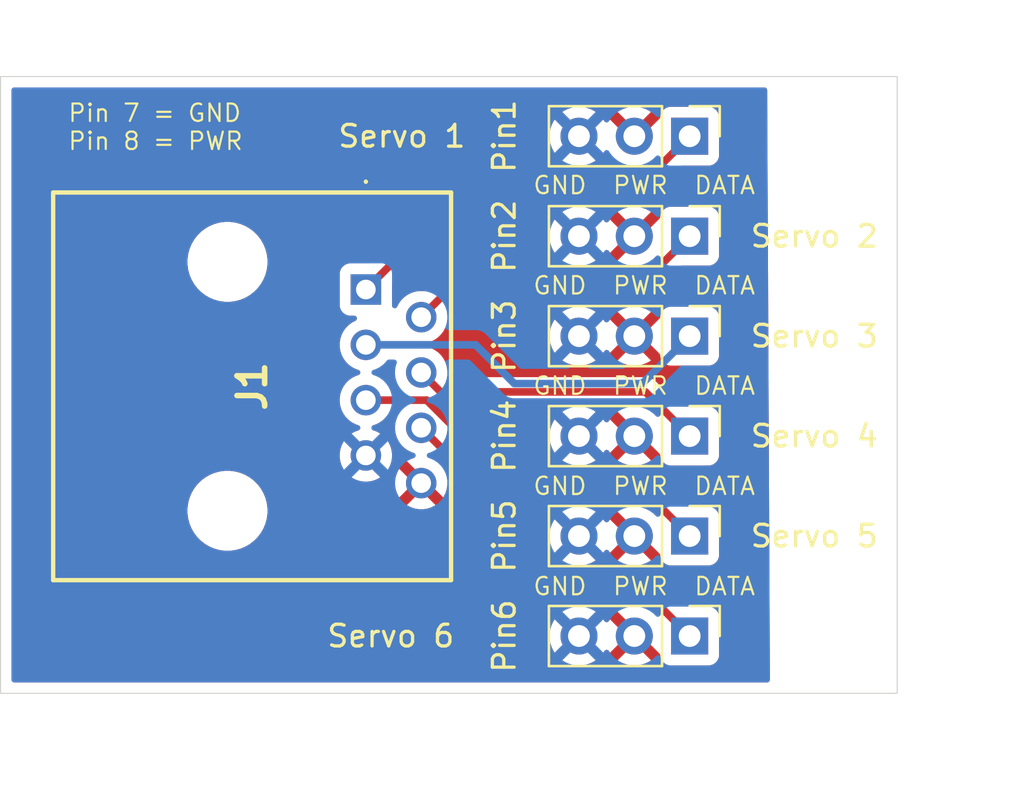
<source format=kicad_pcb>
(kicad_pcb (version 20241229) (generator "pcbnew") (generator_version "9.0")
  (layers (0 "F.Cu" signal) (2 "B.Cu" signal) (13 "F.Paste" user) (15 "B.Paste" user) (5 "F.SilkS" user "F.Silkscreen") (7 "B.SilkS" user "B.Silkscreen") (1 "F.Mask" user) (3 "B.Mask" user) (25 "Edge.Cuts" user))
  (net 0 "")
  (net 1 "+5V")
  (net 2 "GND")
  (net 3 "Data 1")
  (net 4 "Data 2")
  (net 5 "Data 3")
  (net 6 "Data 4")
  (net 7 "Data 5")
  (net 8 "Data 6")
  (footprint "MountingHole:MountingHole_3.2mm_M3" (layer "F.Cu") (at 135.509 91.44)
    (property "Reference" "REF**")
    (property "Value" "MountingHole_3.2mm_M3")
    (pad "" np_thru_hole circle (at 0 0) (size 3.2 3.2) (drill 3.2) (layers "*.Cu" "*.Mask"))
  )
  (footprint "Connector_PinHeader_2.54mm:PinHeader_1x03_P2.54mm_Vertical" (layer "F.Cu") (at 129.794 74.132 -90)
    (property "Reference" "Pin2" (at 0 8.509 90) (layer "F.SilkS"))
    (property "Value" "Servo 2" (at 0 -5.715 0) (layer "F.SilkS"))
    (fp_line (start -1.38 6.46) (end 1.38 6.46) (stroke (width 0.12)) (layer "F.SilkS"))
    (fp_line (start -1.38 1.27) (end -1.38 6.46) (stroke (width 0.12)) (layer "F.SilkS"))
    (fp_line (start -1.38 1.27) (end 1.38 1.27) (stroke (width 0.12)) (layer "F.SilkS"))
    (fp_line (start 1.38 1.27) (end 1.38 6.46) (stroke (width 0.12)) (layer "F.SilkS"))
    (fp_line (start -1.38 0) (end -1.38 -1.38) (stroke (width 0.12)) (layer "F.SilkS"))
    (fp_line (start -1.38 -1.38) (end 0 -1.38) (stroke (width 0.12)) (layer "F.SilkS"))
    (pad "1" thru_hole rect (at 0 0 270) (size 1.7 1.7) (drill 1) (layers "*.Cu" "*.Mask") (net 4 "Data 2"))
    (pad "2" thru_hole circle (at 0 2.54 270) (size 1.7 1.7) (drill 1) (layers "*.Cu" "*.Mask") (net 1 "+5V"))
    (pad "3" thru_hole circle (at 0 5.08 270) (size 1.7 1.7) (drill 1) (layers "*.Cu" "*.Mask") (net 2 "GND"))
  )
  (footprint "Connector_PinHeader_2.54mm:PinHeader_1x03_P2.54mm_Vertical" (layer "F.Cu") (at 129.794 87.902 -90)
    (property "Reference" "Pin5" (at 0 8.509 90) (layer "F.SilkS"))
    (property "Value" "Servo 5" (at 0 -5.715 0) (layer "F.SilkS"))
    (fp_line (start -1.38 6.46) (end 1.38 6.46) (stroke (width 0.12)) (layer "F.SilkS"))
    (fp_line (start -1.38 1.27) (end -1.38 6.46) (stroke (width 0.12)) (layer "F.SilkS"))
    (fp_line (start -1.38 1.27) (end 1.38 1.27) (stroke (width 0.12)) (layer "F.SilkS"))
    (fp_line (start 1.38 1.27) (end 1.38 6.46) (stroke (width 0.12)) (layer "F.SilkS"))
    (fp_line (start -1.38 0) (end -1.38 -1.38) (stroke (width 0.12)) (layer "F.SilkS"))
    (fp_line (start -1.38 -1.38) (end 0 -1.38) (stroke (width 0.12)) (layer "F.SilkS"))
    (pad "1" thru_hole rect (at 0 0 270) (size 1.7 1.7) (drill 1) (layers "*.Cu" "*.Mask") (net 7 "Data 5"))
    (pad "2" thru_hole circle (at 0 2.54 270) (size 1.7 1.7) (drill 1) (layers "*.Cu" "*.Mask") (net 1 "+5V"))
    (pad "3" thru_hole circle (at 0 5.08 270) (size 1.7 1.7) (drill 1) (layers "*.Cu" "*.Mask") (net 2 "GND"))
  )
  (footprint "MountingHole:MountingHole_3.2mm_M3" (layer "F.Cu") (at 135.509 70.612)
    (property "Reference" "REF**")
    (property "Value" "MountingHole_3.2mm_M3")
    (pad "" np_thru_hole circle (at 0 0) (size 3.2 3.2) (drill 3.2) (layers "*.Cu" "*.Mask"))
  )
  (footprint "Connector_PinHeader_2.54mm:PinHeader_1x03_P2.54mm_Vertical" (layer "F.Cu") (at 129.794 92.492 -90)
    (property "Reference" "Pin6" (at 0 8.509 90) (layer "F.SilkS"))
    (property "Value" "Servo 6" (at 0 13.716 0) (layer "F.SilkS"))
    (fp_line (start -1.38 6.46) (end 1.38 6.46) (stroke (width 0.12)) (layer "F.SilkS"))
    (fp_line (start -1.38 1.27) (end -1.38 6.46) (stroke (width 0.12)) (layer "F.SilkS"))
    (fp_line (start -1.38 1.27) (end 1.38 1.27) (stroke (width 0.12)) (layer "F.SilkS"))
    (fp_line (start 1.38 1.27) (end 1.38 6.46) (stroke (width 0.12)) (layer "F.SilkS"))
    (fp_line (start -1.38 0) (end -1.38 -1.38) (stroke (width 0.12)) (layer "F.SilkS"))
    (fp_line (start -1.38 -1.38) (end 0 -1.38) (stroke (width 0.12)) (layer "F.SilkS"))
    (pad "1" thru_hole rect (at 0 0 270) (size 1.7 1.7) (drill 1) (layers "*.Cu" "*.Mask") (net 8 "Data 6"))
    (pad "2" thru_hole circle (at 0 2.54 270) (size 1.7 1.7) (drill 1) (layers "*.Cu" "*.Mask") (net 1 "+5V"))
    (pad "3" thru_hole circle (at 0 5.08 270) (size 1.7 1.7) (drill 1) (layers "*.Cu" "*.Mask") (net 2 "GND"))
  )
  (footprint "Connector_PinHeader_2.54mm:PinHeader_1x03_P2.54mm_Vertical" (layer "F.Cu") (at 129.794 83.312 -90)
    (property "Reference" "Pin4" (at 0 8.509 90) (layer "F.SilkS"))
    (property "Value" "Servo 4" (at 0 -5.715 0) (layer "F.SilkS"))
    (fp_line (start -1.38 6.46) (end 1.38 6.46) (stroke (width 0.12)) (layer "F.SilkS"))
    (fp_line (start -1.38 1.27) (end -1.38 6.46) (stroke (width 0.12)) (layer "F.SilkS"))
    (fp_line (start -1.38 1.27) (end 1.38 1.27) (stroke (width 0.12)) (layer "F.SilkS"))
    (fp_line (start 1.38 1.27) (end 1.38 6.46) (stroke (width 0.12)) (layer "F.SilkS"))
    (fp_line (start -1.38 0) (end -1.38 -1.38) (stroke (width 0.12)) (layer "F.SilkS"))
    (fp_line (start -1.38 -1.38) (end 0 -1.38) (stroke (width 0.12)) (layer "F.SilkS"))
    (pad "1" thru_hole rect (at 0 0 270) (size 1.7 1.7) (drill 1) (layers "*.Cu" "*.Mask") (net 6 "Data 4"))
    (pad "2" thru_hole circle (at 0 2.54 270) (size 1.7 1.7) (drill 1) (layers "*.Cu" "*.Mask") (net 1 "+5V"))
    (pad "3" thru_hole circle (at 0 5.08 270) (size 1.7 1.7) (drill 1) (layers "*.Cu" "*.Mask") (net 2 "GND"))
  )
  (footprint "SamacSys_Parts:MTJ880X1" (layer "F.Cu") (at 114.935 76.581 -90)
    (property "Reference" "J1" (at 4.445 5.22 90) (layer "F.SilkS") (effects (font (size 1.27 1.27) (thickness 0.254))))
    (property "Value" "RJ45" (hide yes))
    (fp_line (start -4.455 14.35) (end -4.455 -3.91) (stroke (width 0.2)) (layer "F.SilkS"))
    (fp_line (start 13.345 14.35) (end -4.455 14.35) (stroke (width 0.2)) (layer "F.SilkS"))
    (fp_line (start -5 0) (end -5 0) (stroke (width 0.1)) (layer "F.SilkS"))
    (fp_line (start -4.9 0) (end -4.9 0) (stroke (width 0.1)) (layer "F.SilkS"))
    (fp_line (start -4.455 -3.91) (end 13.345 -3.91) (stroke (width 0.2)) (layer "F.SilkS"))
    (fp_line (start 13.345 -3.91) (end 13.345 14.35) (stroke (width 0.2)) (layer "F.SilkS"))
    (fp_arc (start -5 0) (mid -4.95 -0.05) (end -4.9 0) (stroke (width 0.1)) (layer "F.SilkS"))
    (fp_arc (start -4.9 0) (mid -4.95 0.05) (end -5 0) (stroke (width 0.1)) (layer "F.SilkS"))
    (pad "" np_thru_hole circle (at -1.27 6.35 270) (size 3.17 3.17) (drill 3.17) (layers "*.Cu" "*.Mask"))
    (pad "" np_thru_hole circle (at 10.16 6.35 270) (size 3.17 3.17) (drill 3.17) (layers "*.Cu" "*.Mask"))
    (pad "1" thru_hole rect (at 0 0 270) (size 1.4 1.4) (drill 0.9) (layers "*.Cu" "*.Mask") (net 3 "Data 1"))
    (pad "2" thru_hole circle (at 1.27 -2.54 270) (size 1.4 1.4) (drill 0.9) (layers "*.Cu" "*.Mask") (net 4 "Data 2"))
    (pad "3" thru_hole circle (at 2.54 0 270) (size 1.4 1.4) (drill 0.9) (layers "*.Cu" "*.Mask") (net 5 "Data 3"))
    (pad "4" thru_hole circle (at 3.81 -2.54 270) (size 1.4 1.4) (drill 0.9) (layers "*.Cu" "*.Mask") (net 6 "Data 4"))
    (pad "5" thru_hole circle (at 5.08 0 270) (size 1.4 1.4) (drill 0.9) (layers "*.Cu" "*.Mask") (net 7 "Data 5"))
    (pad "6" thru_hole circle (at 6.35 -2.54 270) (size 1.4 1.4) (drill 0.9) (layers "*.Cu" "*.Mask") (net 8 "Data 6"))
    (pad "7" thru_hole circle (at 7.62 0 270) (size 1.4 1.4) (drill 0.9) (layers "*.Cu" "*.Mask") (net 2 "GND"))
    (pad "8" thru_hole circle (at 8.89 -2.54 270) (size 1.4 1.4) (drill 0.9) (layers "*.Cu" "*.Mask") (net 1 "+5V"))
  )
  (footprint "Connector_PinHeader_2.54mm:PinHeader_1x03_P2.54mm_Vertical" (layer "F.Cu") (at 129.794 78.722 -90)
    (property "Reference" "Pin3" (at 0 8.509 90) (layer "F.SilkS"))
    (property "Value" "Servo 3" (at 0 -5.715 0) (layer "F.SilkS"))
    (fp_line (start -1.38 6.46) (end 1.38 6.46) (stroke (width 0.12)) (layer "F.SilkS"))
    (fp_line (start -1.38 1.27) (end -1.38 6.46) (stroke (width 0.12)) (layer "F.SilkS"))
    (fp_line (start -1.38 1.27) (end 1.38 1.27) (stroke (width 0.12)) (layer "F.SilkS"))
    (fp_line (start 1.38 1.27) (end 1.38 6.46) (stroke (width 0.12)) (layer "F.SilkS"))
    (fp_line (start -1.38 0) (end -1.38 -1.38) (stroke (width 0.12)) (layer "F.SilkS"))
    (fp_line (start -1.38 -1.38) (end 0 -1.38) (stroke (width 0.12)) (layer "F.SilkS"))
    (pad "1" thru_hole rect (at 0 0 270) (size 1.7 1.7) (drill 1) (layers "*.Cu" "*.Mask") (net 5 "Data 3"))
    (pad "2" thru_hole circle (at 0 2.54 270) (size 1.7 1.7) (drill 1) (layers "*.Cu" "*.Mask") (net 1 "+5V"))
    (pad "3" thru_hole circle (at 0 5.08 270) (size 1.7 1.7) (drill 1) (layers "*.Cu" "*.Mask") (net 2 "GND"))
  )
  (footprint "Connector_PinHeader_2.54mm:PinHeader_1x03_P2.54mm_Vertical" (layer "F.Cu") (at 129.794 69.542 -90)
    (property "Reference" "Pin1" (at 0 8.509 90) (layer "F.SilkS"))
    (property "Value" "Servo 1" (at 0 13.208 0) (layer "F.SilkS"))
    (fp_line (start -1.38 6.46) (end 1.38 6.46) (stroke (width 0.12)) (layer "F.SilkS"))
    (fp_line (start -1.38 1.27) (end -1.38 6.46) (stroke (width 0.12)) (layer "F.SilkS"))
    (fp_line (start -1.38 1.27) (end 1.38 1.27) (stroke (width 0.12)) (layer "F.SilkS"))
    (fp_line (start 1.38 1.27) (end 1.38 6.46) (stroke (width 0.12)) (layer "F.SilkS"))
    (fp_line (start -1.38 0) (end -1.38 -1.38) (stroke (width 0.12)) (layer "F.SilkS"))
    (fp_line (start -1.38 -1.38) (end 0 -1.38) (stroke (width 0.12)) (layer "F.SilkS"))
    (pad "1" thru_hole rect (at 0 0 270) (size 1.7 1.7) (drill 1) (layers "*.Cu" "*.Mask") (net 3 "Data 1"))
    (pad "2" thru_hole circle (at 0 2.54 270) (size 1.7 1.7) (drill 1) (layers "*.Cu" "*.Mask") (net 1 "+5V"))
    (pad "3" thru_hole circle (at 0 5.08 270) (size 1.7 1.7) (drill 1) (layers "*.Cu" "*.Mask") (net 2 "GND"))
  )
  (gr_rect (start 98.171 66.802) (end 139.319 95.123) (stroke (width 0.05)) (fill no) (layer "Edge.Cuts"))
  (gr_text "GND  PWR  DATA" (at 122.555 72.263 0) (layer "F.SilkS") (effects (font (size 0.8 0.8) (thickness 0.1)) (justify left bottom)))
  (gr_text "GND  PWR  DATA" (at 122.555 86.07425 0) (layer "F.SilkS") (effects (font (size 0.8 0.8) (thickness 0.1)) (justify left bottom)))
  (gr_text "GND  PWR  DATA" (at 122.555 81.4705 0) (layer "F.SilkS") (effects (font (size 0.8 0.8) (thickness 0.1)) (justify left bottom)))
  (gr_text "GND  PWR  DATA" (at 122.555 90.678 0) (layer "F.SilkS") (effects (font (size 0.8 0.8) (thickness 0.1)) (justify left bottom)))
  (gr_text "Pin 7 = GND\nPin 8 = PWR" (at 101.219 70.231 0) (layer "F.SilkS") (effects (font (size 0.8 0.8) (thickness 0.1)) (justify left bottom)))
  (gr_text "GND  PWR  DATA" (at 122.555 76.86675 0) (layer "F.SilkS") (effects (font (size 0.8 0.8) (thickness 0.1)) (justify left bottom)))
  (segment (start 120.396 71.12) (end 128.216 71.12) (width 0.35) (layer "F.Cu") (net 3))
  (segment (start 114.935 76.581) (end 120.396 71.12) (width 0.35) (layer "F.Cu") (net 3))
  (segment (start 128.216 71.12) (end 129.794 69.542) (width 0.35) (layer "F.Cu") (net 3))
  (segment (start 127.98 75.946) (end 129.794 74.132) (width 0.35) (layer "F.Cu") (net 4))
  (segment (start 119.38 75.946) (end 127.98 75.946) (width 0.35) (layer "F.Cu") (net 4))
  (segment (start 117.475 77.851) (end 119.38 75.946) (width 0.35) (layer "F.Cu") (net 4))
  (segment (start 119.97 79.121) (end 121.748 80.899) (width 0.35) (layer "B.Cu") (net 5))
  (segment (start 121.748 80.899) (end 127.617 80.899) (width 0.35) (layer "B.Cu") (net 5))
  (segment (start 127.617 80.899) (end 129.794 78.722) (width 0.35) (layer "B.Cu") (net 5))
  (segment (start 114.935 79.121) (end 119.97 79.121) (width 0.35) (layer "B.Cu") (net 5))
  (segment (start 127.762 81.28) (end 129.794 83.312) (width 0.35) (layer "F.Cu") (net 6))
  (segment (start 117.475 80.391) (end 118.364 81.28) (width 0.35) (layer "F.Cu") (net 6))
  (segment (start 118.364 81.28) (end 127.762 81.28) (width 0.35) (layer "F.Cu") (net 6))
  (segment (start 114.935 81.661) (end 117.726694 81.661) (width 0.35) (layer "F.Cu") (net 7))
  (segment (start 117.726694 81.661) (end 122.044694 85.979) (width 0.35) (layer "F.Cu") (net 7))
  (segment (start 122.044694 85.979) (end 127.871 85.979) (width 0.35) (layer "F.Cu") (net 7))
  (segment (start 127.871 85.979) (end 129.794 87.902) (width 0.35) (layer "F.Cu") (net 7))
  (segment (start 125.222 90.678) (end 127.98 90.678) (width 0.35) (layer "F.Cu") (net 8))
  (segment (start 117.475 82.931) (end 125.222 90.678) (width 0.35) (layer "F.Cu") (net 8))
  (segment (start 127.98 90.678) (end 129.794 92.492) (width 0.35) (layer "F.Cu") (net 8))
  (zone (net 1) (net_name "+5V") (layer "F.Cu") (connect_pads (clearance 0.5)) (min_thickness 0.25) (fill yes (thermal_gap 0.5) (thermal_bridge_width 0.5))
    (polygon (pts (xy 98.425 67.183) (xy 133.35 67.183) (xy 133.477 94.869) (xy 98.298 94.869) (xy 98.425 67.564)))
  )
  (zone (net 2) (net_name "GND") (layer "B.Cu") (name "Ground") (priority 1) (connect_pads thru_hole_only (clearance 0.5)) (min_thickness 0.25) (fill yes (thermal_gap 0.5) (thermal_bridge_width 0.5))
    (polygon (pts (xy 98.425 67.183) (xy 133.35 67.183) (xy 133.477 94.869) (xy 98.298 94.869)))
  )
)
</source>
